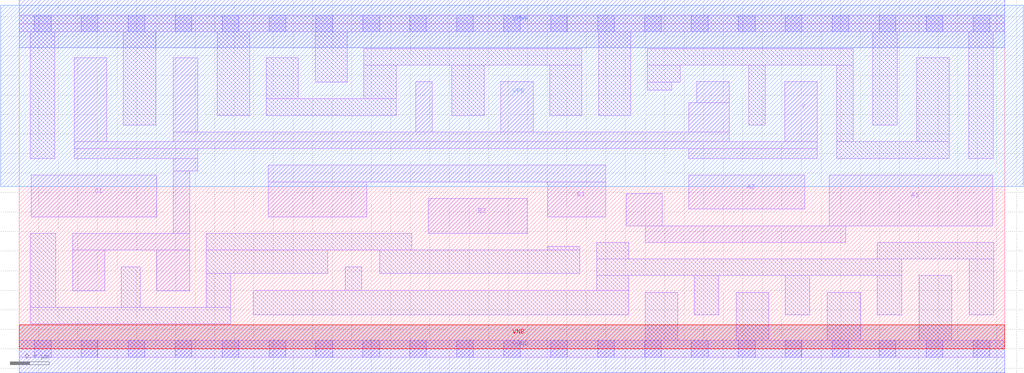
<source format=lef>
# Copyright 2020 The SkyWater PDK Authors
#
# Licensed under the Apache License, Version 2.0 (the "License");
# you may not use this file except in compliance with the License.
# You may obtain a copy of the License at
#
#     https://www.apache.org/licenses/LICENSE-2.0
#
# Unless required by applicable law or agreed to in writing, software
# distributed under the License is distributed on an "AS IS" BASIS,
# WITHOUT WARRANTIES OR CONDITIONS OF ANY KIND, either express or implied.
# See the License for the specific language governing permissions and
# limitations under the License.
#
# SPDX-License-Identifier: Apache-2.0

VERSION 5.7 ;
  NOWIREEXTENSIONATPIN ON ;
  DIVIDERCHAR "/" ;
  BUSBITCHARS "[]" ;
MACRO sky130_fd_sc_ms__o221ai_4
  CLASS CORE ;
  FOREIGN sky130_fd_sc_ms__o221ai_4 ;
  ORIGIN  0.000000  0.000000 ;
  SIZE  10.08000 BY  3.330000 ;
  SYMMETRY X Y ;
  SITE unit ;
  PIN A1
    ANTENNAGATEAREA  1.250400 ;
    DIRECTION INPUT ;
    USE SIGNAL ;
    PORT
      LAYER li1 ;
        RECT 6.210000 1.260000 6.575000 1.590000 ;
        RECT 6.405000 1.090000 8.455000 1.260000 ;
        RECT 8.285000 1.260000 9.955000 1.780000 ;
    END
  END A1
  PIN A2
    ANTENNAGATEAREA  1.250400 ;
    DIRECTION INPUT ;
    USE SIGNAL ;
    PORT
      LAYER li1 ;
        RECT 6.845000 1.430000 8.035000 1.780000 ;
    END
  END A2
  PIN B1
    ANTENNAGATEAREA  1.250400 ;
    DIRECTION INPUT ;
    USE SIGNAL ;
    PORT
      LAYER li1 ;
        RECT 2.545000 1.350000 3.555000 1.710000 ;
        RECT 2.545000 1.710000 6.000000 1.880000 ;
        RECT 5.405000 1.350000 6.000000 1.710000 ;
    END
  END B1
  PIN B2
    ANTENNAGATEAREA  1.250400 ;
    DIRECTION INPUT ;
    USE SIGNAL ;
    PORT
      LAYER li1 ;
        RECT 4.185000 1.180000 5.195000 1.540000 ;
    END
  END B2
  PIN C1
    ANTENNAGATEAREA  1.250400 ;
    DIRECTION INPUT ;
    USE SIGNAL ;
    PORT
      LAYER li1 ;
        RECT 0.125000 1.350000 1.405000 1.780000 ;
    END
  END C1
  PIN Y
    ANTENNADIFFAREA  2.312800 ;
    DIRECTION OUTPUT ;
    USE SIGNAL ;
    PORT
      LAYER li1 ;
        RECT 0.545000 0.595000 0.875000 1.010000 ;
        RECT 0.545000 1.010000 1.745000 1.180000 ;
        RECT 0.565000 1.950000 1.825000 2.050000 ;
        RECT 0.565000 2.050000 8.160000 2.120000 ;
        RECT 0.565000 2.120000 0.895000 2.980000 ;
        RECT 1.405000 0.595000 1.745000 1.010000 ;
        RECT 1.575000 1.180000 1.745000 1.820000 ;
        RECT 1.575000 1.820000 1.825000 1.950000 ;
        RECT 1.575000 2.120000 7.260000 2.220000 ;
        RECT 1.575000 2.220000 1.825000 2.980000 ;
        RECT 4.055000 2.220000 4.225000 2.735000 ;
        RECT 4.925000 2.220000 5.255000 2.735000 ;
        RECT 6.845000 1.950000 8.160000 2.050000 ;
        RECT 6.845000 2.220000 7.260000 2.520000 ;
        RECT 6.930000 2.520000 7.260000 2.735000 ;
        RECT 7.830000 2.120000 8.160000 2.735000 ;
    END
  END Y
  PIN VGND
    DIRECTION INOUT ;
    USE GROUND ;
    PORT
      LAYER met1 ;
        RECT 0.000000 -0.245000 10.080000 0.245000 ;
    END
  END VGND
  PIN VNB
    DIRECTION INOUT ;
    USE GROUND ;
    PORT
      LAYER pwell ;
        RECT 0.000000 0.000000 10.080000 0.245000 ;
    END
  END VNB
  PIN VPB
    DIRECTION INOUT ;
    USE POWER ;
    PORT
      LAYER nwell ;
        RECT -0.190000 1.660000 10.270000 3.520000 ;
    END
  END VPB
  PIN VPWR
    DIRECTION INOUT ;
    USE POWER ;
    PORT
      LAYER met1 ;
        RECT 0.000000 3.085000 10.080000 3.575000 ;
    END
  END VPWR
  OBS
    LAYER li1 ;
      RECT 0.000000 -0.085000 10.080000 0.085000 ;
      RECT 0.000000  3.245000 10.080000 3.415000 ;
      RECT 0.115000  0.255000  2.165000 0.425000 ;
      RECT 0.115000  0.425000  0.375000 1.180000 ;
      RECT 0.115000  1.950000  0.365000 3.245000 ;
      RECT 1.045000  0.425000  1.235000 0.840000 ;
      RECT 1.065000  2.290000  1.395000 3.245000 ;
      RECT 1.915000  0.425000  2.165000 0.770000 ;
      RECT 1.915000  0.770000  3.155000 1.010000 ;
      RECT 1.915000  1.010000  4.015000 1.180000 ;
      RECT 2.025000  2.390000  2.355000 3.245000 ;
      RECT 2.395000  0.350000  6.235000 0.600000 ;
      RECT 2.525000  2.390000  3.855000 2.560000 ;
      RECT 2.525000  2.560000  2.855000 2.980000 ;
      RECT 3.025000  2.730000  3.355000 3.245000 ;
      RECT 3.335000  0.600000  3.505000 0.840000 ;
      RECT 3.525000  2.560000  3.855000 2.905000 ;
      RECT 3.525000  2.905000  5.755000 3.075000 ;
      RECT 3.685000  0.770000  5.735000 1.010000 ;
      RECT 4.425000  2.390000  4.755000 2.905000 ;
      RECT 5.405000  1.010000  5.735000 1.050000 ;
      RECT 5.425000  2.390000  5.755000 2.905000 ;
      RECT 5.905000  0.600000  6.235000 0.750000 ;
      RECT 5.905000  0.750000  9.025000 0.920000 ;
      RECT 5.905000  0.920000  6.235000 1.090000 ;
      RECT 5.925000  2.390000  6.255000 3.245000 ;
      RECT 6.405000  0.085000  6.735000 0.580000 ;
      RECT 6.425000  2.650000  6.675000 2.730000 ;
      RECT 6.425000  2.730000  6.760000 2.905000 ;
      RECT 6.425000  2.905000  8.530000 3.075000 ;
      RECT 6.905000  0.350000  7.155000 0.750000 ;
      RECT 7.335000  0.085000  7.665000 0.580000 ;
      RECT 7.460000  2.290000  7.630000 2.905000 ;
      RECT 7.835000  0.350000  8.085000 0.750000 ;
      RECT 8.265000  0.085000  8.605000 0.580000 ;
      RECT 8.360000  1.950000  9.510000 2.120000 ;
      RECT 8.360000  2.120000  8.530000 2.905000 ;
      RECT 8.730000  2.290000  8.980000 3.245000 ;
      RECT 8.775000  0.350000  9.025000 0.750000 ;
      RECT 8.775000  0.920000  9.965000 1.090000 ;
      RECT 9.180000  2.120000  9.510000 2.980000 ;
      RECT 9.205000  0.085000  9.535000 0.750000 ;
      RECT 9.710000  1.950000  9.960000 3.245000 ;
      RECT 9.715000  0.350000  9.965000 0.920000 ;
    LAYER mcon ;
      RECT 0.155000 -0.085000 0.325000 0.085000 ;
      RECT 0.155000  3.245000 0.325000 3.415000 ;
      RECT 0.635000 -0.085000 0.805000 0.085000 ;
      RECT 0.635000  3.245000 0.805000 3.415000 ;
      RECT 1.115000 -0.085000 1.285000 0.085000 ;
      RECT 1.115000  3.245000 1.285000 3.415000 ;
      RECT 1.595000 -0.085000 1.765000 0.085000 ;
      RECT 1.595000  3.245000 1.765000 3.415000 ;
      RECT 2.075000 -0.085000 2.245000 0.085000 ;
      RECT 2.075000  3.245000 2.245000 3.415000 ;
      RECT 2.555000 -0.085000 2.725000 0.085000 ;
      RECT 2.555000  3.245000 2.725000 3.415000 ;
      RECT 3.035000 -0.085000 3.205000 0.085000 ;
      RECT 3.035000  3.245000 3.205000 3.415000 ;
      RECT 3.515000 -0.085000 3.685000 0.085000 ;
      RECT 3.515000  3.245000 3.685000 3.415000 ;
      RECT 3.995000 -0.085000 4.165000 0.085000 ;
      RECT 3.995000  3.245000 4.165000 3.415000 ;
      RECT 4.475000 -0.085000 4.645000 0.085000 ;
      RECT 4.475000  3.245000 4.645000 3.415000 ;
      RECT 4.955000 -0.085000 5.125000 0.085000 ;
      RECT 4.955000  3.245000 5.125000 3.415000 ;
      RECT 5.435000 -0.085000 5.605000 0.085000 ;
      RECT 5.435000  3.245000 5.605000 3.415000 ;
      RECT 5.915000 -0.085000 6.085000 0.085000 ;
      RECT 5.915000  3.245000 6.085000 3.415000 ;
      RECT 6.395000 -0.085000 6.565000 0.085000 ;
      RECT 6.395000  3.245000 6.565000 3.415000 ;
      RECT 6.875000 -0.085000 7.045000 0.085000 ;
      RECT 6.875000  3.245000 7.045000 3.415000 ;
      RECT 7.355000 -0.085000 7.525000 0.085000 ;
      RECT 7.355000  3.245000 7.525000 3.415000 ;
      RECT 7.835000 -0.085000 8.005000 0.085000 ;
      RECT 7.835000  3.245000 8.005000 3.415000 ;
      RECT 8.315000 -0.085000 8.485000 0.085000 ;
      RECT 8.315000  3.245000 8.485000 3.415000 ;
      RECT 8.795000 -0.085000 8.965000 0.085000 ;
      RECT 8.795000  3.245000 8.965000 3.415000 ;
      RECT 9.275000 -0.085000 9.445000 0.085000 ;
      RECT 9.275000  3.245000 9.445000 3.415000 ;
      RECT 9.755000 -0.085000 9.925000 0.085000 ;
      RECT 9.755000  3.245000 9.925000 3.415000 ;
  END
END sky130_fd_sc_ms__o221ai_4
END LIBRARY

</source>
